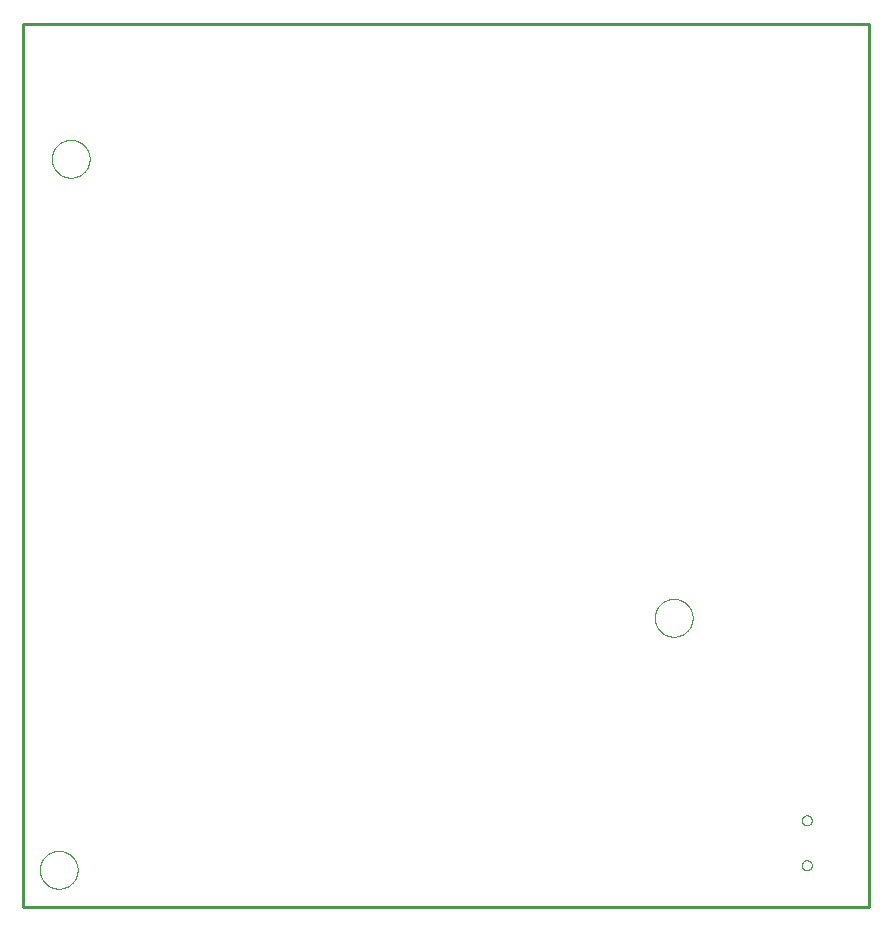
<source format=gko>
G75*
%MOIN*%
%OFA0B0*%
%FSLAX25Y25*%
%IPPOS*%
%LPD*%
%AMOC8*
5,1,8,0,0,1.08239X$1,22.5*
%
%ADD10C,0.01000*%
%ADD11C,0.00000*%
D10*
X0001500Y0113700D02*
X0001500Y0408200D01*
X0283500Y0408200D01*
X0283500Y0113700D01*
X0001500Y0113700D01*
D11*
X0007200Y0126200D02*
X0007202Y0126358D01*
X0007208Y0126517D01*
X0007218Y0126675D01*
X0007232Y0126832D01*
X0007250Y0126990D01*
X0007271Y0127146D01*
X0007297Y0127303D01*
X0007327Y0127458D01*
X0007360Y0127613D01*
X0007398Y0127767D01*
X0007439Y0127920D01*
X0007484Y0128071D01*
X0007533Y0128222D01*
X0007586Y0128371D01*
X0007642Y0128519D01*
X0007703Y0128666D01*
X0007766Y0128811D01*
X0007834Y0128954D01*
X0007905Y0129095D01*
X0007979Y0129235D01*
X0008057Y0129373D01*
X0008139Y0129509D01*
X0008224Y0129642D01*
X0008312Y0129774D01*
X0008403Y0129903D01*
X0008498Y0130030D01*
X0008596Y0130154D01*
X0008697Y0130276D01*
X0008801Y0130396D01*
X0008907Y0130513D01*
X0009017Y0130627D01*
X0009130Y0130738D01*
X0009245Y0130846D01*
X0009364Y0130952D01*
X0009484Y0131054D01*
X0009607Y0131154D01*
X0009733Y0131250D01*
X0009861Y0131343D01*
X0009992Y0131433D01*
X0010124Y0131519D01*
X0010259Y0131602D01*
X0010396Y0131682D01*
X0010535Y0131758D01*
X0010675Y0131831D01*
X0010818Y0131900D01*
X0010962Y0131966D01*
X0011107Y0132028D01*
X0011255Y0132086D01*
X0011403Y0132141D01*
X0011553Y0132192D01*
X0011704Y0132239D01*
X0011857Y0132282D01*
X0012010Y0132321D01*
X0012164Y0132357D01*
X0012319Y0132388D01*
X0012475Y0132416D01*
X0012632Y0132440D01*
X0012789Y0132460D01*
X0012947Y0132476D01*
X0013104Y0132488D01*
X0013263Y0132496D01*
X0013421Y0132500D01*
X0013579Y0132500D01*
X0013737Y0132496D01*
X0013896Y0132488D01*
X0014053Y0132476D01*
X0014211Y0132460D01*
X0014368Y0132440D01*
X0014525Y0132416D01*
X0014681Y0132388D01*
X0014836Y0132357D01*
X0014990Y0132321D01*
X0015143Y0132282D01*
X0015296Y0132239D01*
X0015447Y0132192D01*
X0015597Y0132141D01*
X0015745Y0132086D01*
X0015893Y0132028D01*
X0016038Y0131966D01*
X0016182Y0131900D01*
X0016325Y0131831D01*
X0016465Y0131758D01*
X0016604Y0131682D01*
X0016741Y0131602D01*
X0016876Y0131519D01*
X0017008Y0131433D01*
X0017139Y0131343D01*
X0017267Y0131250D01*
X0017393Y0131154D01*
X0017516Y0131054D01*
X0017636Y0130952D01*
X0017755Y0130846D01*
X0017870Y0130738D01*
X0017983Y0130627D01*
X0018093Y0130513D01*
X0018199Y0130396D01*
X0018303Y0130276D01*
X0018404Y0130154D01*
X0018502Y0130030D01*
X0018597Y0129903D01*
X0018688Y0129774D01*
X0018776Y0129642D01*
X0018861Y0129509D01*
X0018943Y0129373D01*
X0019021Y0129235D01*
X0019095Y0129095D01*
X0019166Y0128954D01*
X0019234Y0128811D01*
X0019297Y0128666D01*
X0019358Y0128519D01*
X0019414Y0128371D01*
X0019467Y0128222D01*
X0019516Y0128071D01*
X0019561Y0127920D01*
X0019602Y0127767D01*
X0019640Y0127613D01*
X0019673Y0127458D01*
X0019703Y0127303D01*
X0019729Y0127146D01*
X0019750Y0126990D01*
X0019768Y0126832D01*
X0019782Y0126675D01*
X0019792Y0126517D01*
X0019798Y0126358D01*
X0019800Y0126200D01*
X0019798Y0126042D01*
X0019792Y0125883D01*
X0019782Y0125725D01*
X0019768Y0125568D01*
X0019750Y0125410D01*
X0019729Y0125254D01*
X0019703Y0125097D01*
X0019673Y0124942D01*
X0019640Y0124787D01*
X0019602Y0124633D01*
X0019561Y0124480D01*
X0019516Y0124329D01*
X0019467Y0124178D01*
X0019414Y0124029D01*
X0019358Y0123881D01*
X0019297Y0123734D01*
X0019234Y0123589D01*
X0019166Y0123446D01*
X0019095Y0123305D01*
X0019021Y0123165D01*
X0018943Y0123027D01*
X0018861Y0122891D01*
X0018776Y0122758D01*
X0018688Y0122626D01*
X0018597Y0122497D01*
X0018502Y0122370D01*
X0018404Y0122246D01*
X0018303Y0122124D01*
X0018199Y0122004D01*
X0018093Y0121887D01*
X0017983Y0121773D01*
X0017870Y0121662D01*
X0017755Y0121554D01*
X0017636Y0121448D01*
X0017516Y0121346D01*
X0017393Y0121246D01*
X0017267Y0121150D01*
X0017139Y0121057D01*
X0017008Y0120967D01*
X0016876Y0120881D01*
X0016741Y0120798D01*
X0016604Y0120718D01*
X0016465Y0120642D01*
X0016325Y0120569D01*
X0016182Y0120500D01*
X0016038Y0120434D01*
X0015893Y0120372D01*
X0015745Y0120314D01*
X0015597Y0120259D01*
X0015447Y0120208D01*
X0015296Y0120161D01*
X0015143Y0120118D01*
X0014990Y0120079D01*
X0014836Y0120043D01*
X0014681Y0120012D01*
X0014525Y0119984D01*
X0014368Y0119960D01*
X0014211Y0119940D01*
X0014053Y0119924D01*
X0013896Y0119912D01*
X0013737Y0119904D01*
X0013579Y0119900D01*
X0013421Y0119900D01*
X0013263Y0119904D01*
X0013104Y0119912D01*
X0012947Y0119924D01*
X0012789Y0119940D01*
X0012632Y0119960D01*
X0012475Y0119984D01*
X0012319Y0120012D01*
X0012164Y0120043D01*
X0012010Y0120079D01*
X0011857Y0120118D01*
X0011704Y0120161D01*
X0011553Y0120208D01*
X0011403Y0120259D01*
X0011255Y0120314D01*
X0011107Y0120372D01*
X0010962Y0120434D01*
X0010818Y0120500D01*
X0010675Y0120569D01*
X0010535Y0120642D01*
X0010396Y0120718D01*
X0010259Y0120798D01*
X0010124Y0120881D01*
X0009992Y0120967D01*
X0009861Y0121057D01*
X0009733Y0121150D01*
X0009607Y0121246D01*
X0009484Y0121346D01*
X0009364Y0121448D01*
X0009245Y0121554D01*
X0009130Y0121662D01*
X0009017Y0121773D01*
X0008907Y0121887D01*
X0008801Y0122004D01*
X0008697Y0122124D01*
X0008596Y0122246D01*
X0008498Y0122370D01*
X0008403Y0122497D01*
X0008312Y0122626D01*
X0008224Y0122758D01*
X0008139Y0122891D01*
X0008057Y0123027D01*
X0007979Y0123165D01*
X0007905Y0123305D01*
X0007834Y0123446D01*
X0007766Y0123589D01*
X0007703Y0123734D01*
X0007642Y0123881D01*
X0007586Y0124029D01*
X0007533Y0124178D01*
X0007484Y0124329D01*
X0007439Y0124480D01*
X0007398Y0124633D01*
X0007360Y0124787D01*
X0007327Y0124942D01*
X0007297Y0125097D01*
X0007271Y0125254D01*
X0007250Y0125410D01*
X0007232Y0125568D01*
X0007218Y0125725D01*
X0007208Y0125883D01*
X0007202Y0126042D01*
X0007200Y0126200D01*
X0011200Y0363200D02*
X0011202Y0363358D01*
X0011208Y0363517D01*
X0011218Y0363675D01*
X0011232Y0363832D01*
X0011250Y0363990D01*
X0011271Y0364146D01*
X0011297Y0364303D01*
X0011327Y0364458D01*
X0011360Y0364613D01*
X0011398Y0364767D01*
X0011439Y0364920D01*
X0011484Y0365071D01*
X0011533Y0365222D01*
X0011586Y0365371D01*
X0011642Y0365519D01*
X0011703Y0365666D01*
X0011766Y0365811D01*
X0011834Y0365954D01*
X0011905Y0366095D01*
X0011979Y0366235D01*
X0012057Y0366373D01*
X0012139Y0366509D01*
X0012224Y0366642D01*
X0012312Y0366774D01*
X0012403Y0366903D01*
X0012498Y0367030D01*
X0012596Y0367154D01*
X0012697Y0367276D01*
X0012801Y0367396D01*
X0012907Y0367513D01*
X0013017Y0367627D01*
X0013130Y0367738D01*
X0013245Y0367846D01*
X0013364Y0367952D01*
X0013484Y0368054D01*
X0013607Y0368154D01*
X0013733Y0368250D01*
X0013861Y0368343D01*
X0013992Y0368433D01*
X0014124Y0368519D01*
X0014259Y0368602D01*
X0014396Y0368682D01*
X0014535Y0368758D01*
X0014675Y0368831D01*
X0014818Y0368900D01*
X0014962Y0368966D01*
X0015107Y0369028D01*
X0015255Y0369086D01*
X0015403Y0369141D01*
X0015553Y0369192D01*
X0015704Y0369239D01*
X0015857Y0369282D01*
X0016010Y0369321D01*
X0016164Y0369357D01*
X0016319Y0369388D01*
X0016475Y0369416D01*
X0016632Y0369440D01*
X0016789Y0369460D01*
X0016947Y0369476D01*
X0017104Y0369488D01*
X0017263Y0369496D01*
X0017421Y0369500D01*
X0017579Y0369500D01*
X0017737Y0369496D01*
X0017896Y0369488D01*
X0018053Y0369476D01*
X0018211Y0369460D01*
X0018368Y0369440D01*
X0018525Y0369416D01*
X0018681Y0369388D01*
X0018836Y0369357D01*
X0018990Y0369321D01*
X0019143Y0369282D01*
X0019296Y0369239D01*
X0019447Y0369192D01*
X0019597Y0369141D01*
X0019745Y0369086D01*
X0019893Y0369028D01*
X0020038Y0368966D01*
X0020182Y0368900D01*
X0020325Y0368831D01*
X0020465Y0368758D01*
X0020604Y0368682D01*
X0020741Y0368602D01*
X0020876Y0368519D01*
X0021008Y0368433D01*
X0021139Y0368343D01*
X0021267Y0368250D01*
X0021393Y0368154D01*
X0021516Y0368054D01*
X0021636Y0367952D01*
X0021755Y0367846D01*
X0021870Y0367738D01*
X0021983Y0367627D01*
X0022093Y0367513D01*
X0022199Y0367396D01*
X0022303Y0367276D01*
X0022404Y0367154D01*
X0022502Y0367030D01*
X0022597Y0366903D01*
X0022688Y0366774D01*
X0022776Y0366642D01*
X0022861Y0366509D01*
X0022943Y0366373D01*
X0023021Y0366235D01*
X0023095Y0366095D01*
X0023166Y0365954D01*
X0023234Y0365811D01*
X0023297Y0365666D01*
X0023358Y0365519D01*
X0023414Y0365371D01*
X0023467Y0365222D01*
X0023516Y0365071D01*
X0023561Y0364920D01*
X0023602Y0364767D01*
X0023640Y0364613D01*
X0023673Y0364458D01*
X0023703Y0364303D01*
X0023729Y0364146D01*
X0023750Y0363990D01*
X0023768Y0363832D01*
X0023782Y0363675D01*
X0023792Y0363517D01*
X0023798Y0363358D01*
X0023800Y0363200D01*
X0023798Y0363042D01*
X0023792Y0362883D01*
X0023782Y0362725D01*
X0023768Y0362568D01*
X0023750Y0362410D01*
X0023729Y0362254D01*
X0023703Y0362097D01*
X0023673Y0361942D01*
X0023640Y0361787D01*
X0023602Y0361633D01*
X0023561Y0361480D01*
X0023516Y0361329D01*
X0023467Y0361178D01*
X0023414Y0361029D01*
X0023358Y0360881D01*
X0023297Y0360734D01*
X0023234Y0360589D01*
X0023166Y0360446D01*
X0023095Y0360305D01*
X0023021Y0360165D01*
X0022943Y0360027D01*
X0022861Y0359891D01*
X0022776Y0359758D01*
X0022688Y0359626D01*
X0022597Y0359497D01*
X0022502Y0359370D01*
X0022404Y0359246D01*
X0022303Y0359124D01*
X0022199Y0359004D01*
X0022093Y0358887D01*
X0021983Y0358773D01*
X0021870Y0358662D01*
X0021755Y0358554D01*
X0021636Y0358448D01*
X0021516Y0358346D01*
X0021393Y0358246D01*
X0021267Y0358150D01*
X0021139Y0358057D01*
X0021008Y0357967D01*
X0020876Y0357881D01*
X0020741Y0357798D01*
X0020604Y0357718D01*
X0020465Y0357642D01*
X0020325Y0357569D01*
X0020182Y0357500D01*
X0020038Y0357434D01*
X0019893Y0357372D01*
X0019745Y0357314D01*
X0019597Y0357259D01*
X0019447Y0357208D01*
X0019296Y0357161D01*
X0019143Y0357118D01*
X0018990Y0357079D01*
X0018836Y0357043D01*
X0018681Y0357012D01*
X0018525Y0356984D01*
X0018368Y0356960D01*
X0018211Y0356940D01*
X0018053Y0356924D01*
X0017896Y0356912D01*
X0017737Y0356904D01*
X0017579Y0356900D01*
X0017421Y0356900D01*
X0017263Y0356904D01*
X0017104Y0356912D01*
X0016947Y0356924D01*
X0016789Y0356940D01*
X0016632Y0356960D01*
X0016475Y0356984D01*
X0016319Y0357012D01*
X0016164Y0357043D01*
X0016010Y0357079D01*
X0015857Y0357118D01*
X0015704Y0357161D01*
X0015553Y0357208D01*
X0015403Y0357259D01*
X0015255Y0357314D01*
X0015107Y0357372D01*
X0014962Y0357434D01*
X0014818Y0357500D01*
X0014675Y0357569D01*
X0014535Y0357642D01*
X0014396Y0357718D01*
X0014259Y0357798D01*
X0014124Y0357881D01*
X0013992Y0357967D01*
X0013861Y0358057D01*
X0013733Y0358150D01*
X0013607Y0358246D01*
X0013484Y0358346D01*
X0013364Y0358448D01*
X0013245Y0358554D01*
X0013130Y0358662D01*
X0013017Y0358773D01*
X0012907Y0358887D01*
X0012801Y0359004D01*
X0012697Y0359124D01*
X0012596Y0359246D01*
X0012498Y0359370D01*
X0012403Y0359497D01*
X0012312Y0359626D01*
X0012224Y0359758D01*
X0012139Y0359891D01*
X0012057Y0360027D01*
X0011979Y0360165D01*
X0011905Y0360305D01*
X0011834Y0360446D01*
X0011766Y0360589D01*
X0011703Y0360734D01*
X0011642Y0360881D01*
X0011586Y0361029D01*
X0011533Y0361178D01*
X0011484Y0361329D01*
X0011439Y0361480D01*
X0011398Y0361633D01*
X0011360Y0361787D01*
X0011327Y0361942D01*
X0011297Y0362097D01*
X0011271Y0362254D01*
X0011250Y0362410D01*
X0011232Y0362568D01*
X0011218Y0362725D01*
X0011208Y0362883D01*
X0011202Y0363042D01*
X0011200Y0363200D01*
X0212200Y0210200D02*
X0212202Y0210358D01*
X0212208Y0210517D01*
X0212218Y0210675D01*
X0212232Y0210832D01*
X0212250Y0210990D01*
X0212271Y0211146D01*
X0212297Y0211303D01*
X0212327Y0211458D01*
X0212360Y0211613D01*
X0212398Y0211767D01*
X0212439Y0211920D01*
X0212484Y0212071D01*
X0212533Y0212222D01*
X0212586Y0212371D01*
X0212642Y0212519D01*
X0212703Y0212666D01*
X0212766Y0212811D01*
X0212834Y0212954D01*
X0212905Y0213095D01*
X0212979Y0213235D01*
X0213057Y0213373D01*
X0213139Y0213509D01*
X0213224Y0213642D01*
X0213312Y0213774D01*
X0213403Y0213903D01*
X0213498Y0214030D01*
X0213596Y0214154D01*
X0213697Y0214276D01*
X0213801Y0214396D01*
X0213907Y0214513D01*
X0214017Y0214627D01*
X0214130Y0214738D01*
X0214245Y0214846D01*
X0214364Y0214952D01*
X0214484Y0215054D01*
X0214607Y0215154D01*
X0214733Y0215250D01*
X0214861Y0215343D01*
X0214992Y0215433D01*
X0215124Y0215519D01*
X0215259Y0215602D01*
X0215396Y0215682D01*
X0215535Y0215758D01*
X0215675Y0215831D01*
X0215818Y0215900D01*
X0215962Y0215966D01*
X0216107Y0216028D01*
X0216255Y0216086D01*
X0216403Y0216141D01*
X0216553Y0216192D01*
X0216704Y0216239D01*
X0216857Y0216282D01*
X0217010Y0216321D01*
X0217164Y0216357D01*
X0217319Y0216388D01*
X0217475Y0216416D01*
X0217632Y0216440D01*
X0217789Y0216460D01*
X0217947Y0216476D01*
X0218104Y0216488D01*
X0218263Y0216496D01*
X0218421Y0216500D01*
X0218579Y0216500D01*
X0218737Y0216496D01*
X0218896Y0216488D01*
X0219053Y0216476D01*
X0219211Y0216460D01*
X0219368Y0216440D01*
X0219525Y0216416D01*
X0219681Y0216388D01*
X0219836Y0216357D01*
X0219990Y0216321D01*
X0220143Y0216282D01*
X0220296Y0216239D01*
X0220447Y0216192D01*
X0220597Y0216141D01*
X0220745Y0216086D01*
X0220893Y0216028D01*
X0221038Y0215966D01*
X0221182Y0215900D01*
X0221325Y0215831D01*
X0221465Y0215758D01*
X0221604Y0215682D01*
X0221741Y0215602D01*
X0221876Y0215519D01*
X0222008Y0215433D01*
X0222139Y0215343D01*
X0222267Y0215250D01*
X0222393Y0215154D01*
X0222516Y0215054D01*
X0222636Y0214952D01*
X0222755Y0214846D01*
X0222870Y0214738D01*
X0222983Y0214627D01*
X0223093Y0214513D01*
X0223199Y0214396D01*
X0223303Y0214276D01*
X0223404Y0214154D01*
X0223502Y0214030D01*
X0223597Y0213903D01*
X0223688Y0213774D01*
X0223776Y0213642D01*
X0223861Y0213509D01*
X0223943Y0213373D01*
X0224021Y0213235D01*
X0224095Y0213095D01*
X0224166Y0212954D01*
X0224234Y0212811D01*
X0224297Y0212666D01*
X0224358Y0212519D01*
X0224414Y0212371D01*
X0224467Y0212222D01*
X0224516Y0212071D01*
X0224561Y0211920D01*
X0224602Y0211767D01*
X0224640Y0211613D01*
X0224673Y0211458D01*
X0224703Y0211303D01*
X0224729Y0211146D01*
X0224750Y0210990D01*
X0224768Y0210832D01*
X0224782Y0210675D01*
X0224792Y0210517D01*
X0224798Y0210358D01*
X0224800Y0210200D01*
X0224798Y0210042D01*
X0224792Y0209883D01*
X0224782Y0209725D01*
X0224768Y0209568D01*
X0224750Y0209410D01*
X0224729Y0209254D01*
X0224703Y0209097D01*
X0224673Y0208942D01*
X0224640Y0208787D01*
X0224602Y0208633D01*
X0224561Y0208480D01*
X0224516Y0208329D01*
X0224467Y0208178D01*
X0224414Y0208029D01*
X0224358Y0207881D01*
X0224297Y0207734D01*
X0224234Y0207589D01*
X0224166Y0207446D01*
X0224095Y0207305D01*
X0224021Y0207165D01*
X0223943Y0207027D01*
X0223861Y0206891D01*
X0223776Y0206758D01*
X0223688Y0206626D01*
X0223597Y0206497D01*
X0223502Y0206370D01*
X0223404Y0206246D01*
X0223303Y0206124D01*
X0223199Y0206004D01*
X0223093Y0205887D01*
X0222983Y0205773D01*
X0222870Y0205662D01*
X0222755Y0205554D01*
X0222636Y0205448D01*
X0222516Y0205346D01*
X0222393Y0205246D01*
X0222267Y0205150D01*
X0222139Y0205057D01*
X0222008Y0204967D01*
X0221876Y0204881D01*
X0221741Y0204798D01*
X0221604Y0204718D01*
X0221465Y0204642D01*
X0221325Y0204569D01*
X0221182Y0204500D01*
X0221038Y0204434D01*
X0220893Y0204372D01*
X0220745Y0204314D01*
X0220597Y0204259D01*
X0220447Y0204208D01*
X0220296Y0204161D01*
X0220143Y0204118D01*
X0219990Y0204079D01*
X0219836Y0204043D01*
X0219681Y0204012D01*
X0219525Y0203984D01*
X0219368Y0203960D01*
X0219211Y0203940D01*
X0219053Y0203924D01*
X0218896Y0203912D01*
X0218737Y0203904D01*
X0218579Y0203900D01*
X0218421Y0203900D01*
X0218263Y0203904D01*
X0218104Y0203912D01*
X0217947Y0203924D01*
X0217789Y0203940D01*
X0217632Y0203960D01*
X0217475Y0203984D01*
X0217319Y0204012D01*
X0217164Y0204043D01*
X0217010Y0204079D01*
X0216857Y0204118D01*
X0216704Y0204161D01*
X0216553Y0204208D01*
X0216403Y0204259D01*
X0216255Y0204314D01*
X0216107Y0204372D01*
X0215962Y0204434D01*
X0215818Y0204500D01*
X0215675Y0204569D01*
X0215535Y0204642D01*
X0215396Y0204718D01*
X0215259Y0204798D01*
X0215124Y0204881D01*
X0214992Y0204967D01*
X0214861Y0205057D01*
X0214733Y0205150D01*
X0214607Y0205246D01*
X0214484Y0205346D01*
X0214364Y0205448D01*
X0214245Y0205554D01*
X0214130Y0205662D01*
X0214017Y0205773D01*
X0213907Y0205887D01*
X0213801Y0206004D01*
X0213697Y0206124D01*
X0213596Y0206246D01*
X0213498Y0206370D01*
X0213403Y0206497D01*
X0213312Y0206626D01*
X0213224Y0206758D01*
X0213139Y0206891D01*
X0213057Y0207027D01*
X0212979Y0207165D01*
X0212905Y0207305D01*
X0212834Y0207446D01*
X0212766Y0207589D01*
X0212703Y0207734D01*
X0212642Y0207881D01*
X0212586Y0208029D01*
X0212533Y0208178D01*
X0212484Y0208329D01*
X0212439Y0208480D01*
X0212398Y0208633D01*
X0212360Y0208787D01*
X0212327Y0208942D01*
X0212297Y0209097D01*
X0212271Y0209254D01*
X0212250Y0209410D01*
X0212232Y0209568D01*
X0212218Y0209725D01*
X0212208Y0209883D01*
X0212202Y0210042D01*
X0212200Y0210200D01*
X0261166Y0142680D02*
X0261168Y0142761D01*
X0261174Y0142843D01*
X0261184Y0142924D01*
X0261198Y0143004D01*
X0261215Y0143083D01*
X0261237Y0143162D01*
X0261262Y0143239D01*
X0261291Y0143316D01*
X0261324Y0143390D01*
X0261361Y0143463D01*
X0261400Y0143534D01*
X0261444Y0143603D01*
X0261490Y0143670D01*
X0261540Y0143734D01*
X0261593Y0143796D01*
X0261649Y0143856D01*
X0261707Y0143912D01*
X0261769Y0143966D01*
X0261833Y0144017D01*
X0261899Y0144064D01*
X0261967Y0144108D01*
X0262038Y0144149D01*
X0262110Y0144186D01*
X0262185Y0144220D01*
X0262260Y0144250D01*
X0262338Y0144276D01*
X0262416Y0144299D01*
X0262495Y0144317D01*
X0262575Y0144332D01*
X0262656Y0144343D01*
X0262737Y0144350D01*
X0262819Y0144353D01*
X0262900Y0144352D01*
X0262981Y0144347D01*
X0263062Y0144338D01*
X0263143Y0144325D01*
X0263223Y0144308D01*
X0263301Y0144288D01*
X0263379Y0144263D01*
X0263456Y0144235D01*
X0263531Y0144203D01*
X0263604Y0144168D01*
X0263675Y0144129D01*
X0263745Y0144086D01*
X0263812Y0144041D01*
X0263878Y0143992D01*
X0263940Y0143940D01*
X0264000Y0143884D01*
X0264057Y0143826D01*
X0264112Y0143766D01*
X0264163Y0143702D01*
X0264211Y0143637D01*
X0264256Y0143569D01*
X0264298Y0143499D01*
X0264336Y0143427D01*
X0264371Y0143353D01*
X0264402Y0143278D01*
X0264429Y0143201D01*
X0264452Y0143123D01*
X0264472Y0143044D01*
X0264488Y0142964D01*
X0264500Y0142883D01*
X0264508Y0142802D01*
X0264512Y0142721D01*
X0264512Y0142639D01*
X0264508Y0142558D01*
X0264500Y0142477D01*
X0264488Y0142396D01*
X0264472Y0142316D01*
X0264452Y0142237D01*
X0264429Y0142159D01*
X0264402Y0142082D01*
X0264371Y0142007D01*
X0264336Y0141933D01*
X0264298Y0141861D01*
X0264256Y0141791D01*
X0264211Y0141723D01*
X0264163Y0141658D01*
X0264112Y0141594D01*
X0264057Y0141534D01*
X0264000Y0141476D01*
X0263940Y0141420D01*
X0263878Y0141368D01*
X0263812Y0141319D01*
X0263745Y0141274D01*
X0263676Y0141231D01*
X0263604Y0141192D01*
X0263531Y0141157D01*
X0263456Y0141125D01*
X0263379Y0141097D01*
X0263301Y0141072D01*
X0263223Y0141052D01*
X0263143Y0141035D01*
X0263062Y0141022D01*
X0262981Y0141013D01*
X0262900Y0141008D01*
X0262819Y0141007D01*
X0262737Y0141010D01*
X0262656Y0141017D01*
X0262575Y0141028D01*
X0262495Y0141043D01*
X0262416Y0141061D01*
X0262338Y0141084D01*
X0262260Y0141110D01*
X0262185Y0141140D01*
X0262110Y0141174D01*
X0262038Y0141211D01*
X0261967Y0141252D01*
X0261899Y0141296D01*
X0261833Y0141343D01*
X0261769Y0141394D01*
X0261707Y0141448D01*
X0261649Y0141504D01*
X0261593Y0141564D01*
X0261540Y0141626D01*
X0261490Y0141690D01*
X0261444Y0141757D01*
X0261400Y0141826D01*
X0261361Y0141897D01*
X0261324Y0141970D01*
X0261291Y0142044D01*
X0261262Y0142121D01*
X0261237Y0142198D01*
X0261215Y0142277D01*
X0261198Y0142356D01*
X0261184Y0142436D01*
X0261174Y0142517D01*
X0261168Y0142599D01*
X0261166Y0142680D01*
X0261166Y0127720D02*
X0261168Y0127801D01*
X0261174Y0127883D01*
X0261184Y0127964D01*
X0261198Y0128044D01*
X0261215Y0128123D01*
X0261237Y0128202D01*
X0261262Y0128279D01*
X0261291Y0128356D01*
X0261324Y0128430D01*
X0261361Y0128503D01*
X0261400Y0128574D01*
X0261444Y0128643D01*
X0261490Y0128710D01*
X0261540Y0128774D01*
X0261593Y0128836D01*
X0261649Y0128896D01*
X0261707Y0128952D01*
X0261769Y0129006D01*
X0261833Y0129057D01*
X0261899Y0129104D01*
X0261967Y0129148D01*
X0262038Y0129189D01*
X0262110Y0129226D01*
X0262185Y0129260D01*
X0262260Y0129290D01*
X0262338Y0129316D01*
X0262416Y0129339D01*
X0262495Y0129357D01*
X0262575Y0129372D01*
X0262656Y0129383D01*
X0262737Y0129390D01*
X0262819Y0129393D01*
X0262900Y0129392D01*
X0262981Y0129387D01*
X0263062Y0129378D01*
X0263143Y0129365D01*
X0263223Y0129348D01*
X0263301Y0129328D01*
X0263379Y0129303D01*
X0263456Y0129275D01*
X0263531Y0129243D01*
X0263604Y0129208D01*
X0263675Y0129169D01*
X0263745Y0129126D01*
X0263812Y0129081D01*
X0263878Y0129032D01*
X0263940Y0128980D01*
X0264000Y0128924D01*
X0264057Y0128866D01*
X0264112Y0128806D01*
X0264163Y0128742D01*
X0264211Y0128677D01*
X0264256Y0128609D01*
X0264298Y0128539D01*
X0264336Y0128467D01*
X0264371Y0128393D01*
X0264402Y0128318D01*
X0264429Y0128241D01*
X0264452Y0128163D01*
X0264472Y0128084D01*
X0264488Y0128004D01*
X0264500Y0127923D01*
X0264508Y0127842D01*
X0264512Y0127761D01*
X0264512Y0127679D01*
X0264508Y0127598D01*
X0264500Y0127517D01*
X0264488Y0127436D01*
X0264472Y0127356D01*
X0264452Y0127277D01*
X0264429Y0127199D01*
X0264402Y0127122D01*
X0264371Y0127047D01*
X0264336Y0126973D01*
X0264298Y0126901D01*
X0264256Y0126831D01*
X0264211Y0126763D01*
X0264163Y0126698D01*
X0264112Y0126634D01*
X0264057Y0126574D01*
X0264000Y0126516D01*
X0263940Y0126460D01*
X0263878Y0126408D01*
X0263812Y0126359D01*
X0263745Y0126314D01*
X0263676Y0126271D01*
X0263604Y0126232D01*
X0263531Y0126197D01*
X0263456Y0126165D01*
X0263379Y0126137D01*
X0263301Y0126112D01*
X0263223Y0126092D01*
X0263143Y0126075D01*
X0263062Y0126062D01*
X0262981Y0126053D01*
X0262900Y0126048D01*
X0262819Y0126047D01*
X0262737Y0126050D01*
X0262656Y0126057D01*
X0262575Y0126068D01*
X0262495Y0126083D01*
X0262416Y0126101D01*
X0262338Y0126124D01*
X0262260Y0126150D01*
X0262185Y0126180D01*
X0262110Y0126214D01*
X0262038Y0126251D01*
X0261967Y0126292D01*
X0261899Y0126336D01*
X0261833Y0126383D01*
X0261769Y0126434D01*
X0261707Y0126488D01*
X0261649Y0126544D01*
X0261593Y0126604D01*
X0261540Y0126666D01*
X0261490Y0126730D01*
X0261444Y0126797D01*
X0261400Y0126866D01*
X0261361Y0126937D01*
X0261324Y0127010D01*
X0261291Y0127084D01*
X0261262Y0127161D01*
X0261237Y0127238D01*
X0261215Y0127317D01*
X0261198Y0127396D01*
X0261184Y0127476D01*
X0261174Y0127557D01*
X0261168Y0127639D01*
X0261166Y0127720D01*
M02*

</source>
